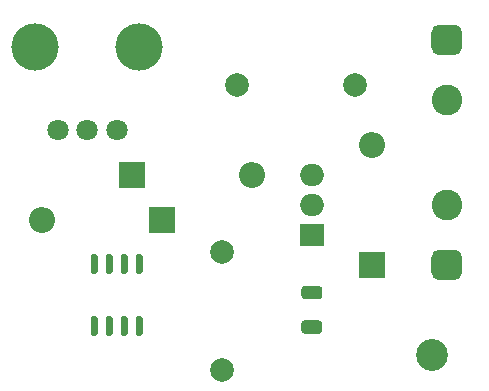
<source format=gbr>
%TF.GenerationSoftware,KiCad,Pcbnew,(5.1.9)-1*%
%TF.CreationDate,2021-03-19T20:09:11+05:30*%
%TF.ProjectId,test2,74657374-322e-46b6-9963-61645f706362,rev?*%
%TF.SameCoordinates,Original*%
%TF.FileFunction,Soldermask,Top*%
%TF.FilePolarity,Negative*%
%FSLAX46Y46*%
G04 Gerber Fmt 4.6, Leading zero omitted, Abs format (unit mm)*
G04 Created by KiCad (PCBNEW (5.1.9)-1) date 2021-03-19 20:09:11*
%MOMM*%
%LPD*%
G01*
G04 APERTURE LIST*
%ADD10C,2.700000*%
%ADD11C,4.000000*%
%ADD12C,1.800000*%
%ADD13C,2.600000*%
%ADD14O,2.000000X1.905000*%
%ADD15R,2.000000X1.905000*%
%ADD16O,2.200000X2.200000*%
%ADD17R,2.200000X2.200000*%
%ADD18C,2.000000*%
G04 APERTURE END LIST*
D10*
%TO.C,REF\u002A\u002A*%
X133350000Y-109220000D03*
%TD*%
D11*
%TO.C,RV1*%
X108580000Y-83170000D03*
X99780000Y-83170000D03*
D12*
X106680000Y-90170000D03*
X104180000Y-90170000D03*
X101680000Y-90170000D03*
%TD*%
D13*
%TO.C,vcc1*%
X134620000Y-87630000D03*
G36*
G01*
X133970000Y-81250000D02*
X135270000Y-81250000D01*
G75*
G02*
X135920000Y-81900000I0J-650000D01*
G01*
X135920000Y-83200000D01*
G75*
G02*
X135270000Y-83850000I-650000J0D01*
G01*
X133970000Y-83850000D01*
G75*
G02*
X133320000Y-83200000I0J650000D01*
G01*
X133320000Y-81900000D01*
G75*
G02*
X133970000Y-81250000I650000J0D01*
G01*
G37*
%TD*%
%TO.C,U1*%
G36*
G01*
X108435000Y-105940000D02*
X108735000Y-105940000D01*
G75*
G02*
X108885000Y-106090000I0J-150000D01*
G01*
X108885000Y-107440000D01*
G75*
G02*
X108735000Y-107590000I-150000J0D01*
G01*
X108435000Y-107590000D01*
G75*
G02*
X108285000Y-107440000I0J150000D01*
G01*
X108285000Y-106090000D01*
G75*
G02*
X108435000Y-105940000I150000J0D01*
G01*
G37*
G36*
G01*
X107165000Y-105940000D02*
X107465000Y-105940000D01*
G75*
G02*
X107615000Y-106090000I0J-150000D01*
G01*
X107615000Y-107440000D01*
G75*
G02*
X107465000Y-107590000I-150000J0D01*
G01*
X107165000Y-107590000D01*
G75*
G02*
X107015000Y-107440000I0J150000D01*
G01*
X107015000Y-106090000D01*
G75*
G02*
X107165000Y-105940000I150000J0D01*
G01*
G37*
G36*
G01*
X105895000Y-105940000D02*
X106195000Y-105940000D01*
G75*
G02*
X106345000Y-106090000I0J-150000D01*
G01*
X106345000Y-107440000D01*
G75*
G02*
X106195000Y-107590000I-150000J0D01*
G01*
X105895000Y-107590000D01*
G75*
G02*
X105745000Y-107440000I0J150000D01*
G01*
X105745000Y-106090000D01*
G75*
G02*
X105895000Y-105940000I150000J0D01*
G01*
G37*
G36*
G01*
X104625000Y-105940000D02*
X104925000Y-105940000D01*
G75*
G02*
X105075000Y-106090000I0J-150000D01*
G01*
X105075000Y-107440000D01*
G75*
G02*
X104925000Y-107590000I-150000J0D01*
G01*
X104625000Y-107590000D01*
G75*
G02*
X104475000Y-107440000I0J150000D01*
G01*
X104475000Y-106090000D01*
G75*
G02*
X104625000Y-105940000I150000J0D01*
G01*
G37*
G36*
G01*
X104625000Y-100690000D02*
X104925000Y-100690000D01*
G75*
G02*
X105075000Y-100840000I0J-150000D01*
G01*
X105075000Y-102190000D01*
G75*
G02*
X104925000Y-102340000I-150000J0D01*
G01*
X104625000Y-102340000D01*
G75*
G02*
X104475000Y-102190000I0J150000D01*
G01*
X104475000Y-100840000D01*
G75*
G02*
X104625000Y-100690000I150000J0D01*
G01*
G37*
G36*
G01*
X105895000Y-100690000D02*
X106195000Y-100690000D01*
G75*
G02*
X106345000Y-100840000I0J-150000D01*
G01*
X106345000Y-102190000D01*
G75*
G02*
X106195000Y-102340000I-150000J0D01*
G01*
X105895000Y-102340000D01*
G75*
G02*
X105745000Y-102190000I0J150000D01*
G01*
X105745000Y-100840000D01*
G75*
G02*
X105895000Y-100690000I150000J0D01*
G01*
G37*
G36*
G01*
X107165000Y-100690000D02*
X107465000Y-100690000D01*
G75*
G02*
X107615000Y-100840000I0J-150000D01*
G01*
X107615000Y-102190000D01*
G75*
G02*
X107465000Y-102340000I-150000J0D01*
G01*
X107165000Y-102340000D01*
G75*
G02*
X107015000Y-102190000I0J150000D01*
G01*
X107015000Y-100840000D01*
G75*
G02*
X107165000Y-100690000I150000J0D01*
G01*
G37*
G36*
G01*
X108435000Y-100690000D02*
X108735000Y-100690000D01*
G75*
G02*
X108885000Y-100840000I0J-150000D01*
G01*
X108885000Y-102190000D01*
G75*
G02*
X108735000Y-102340000I-150000J0D01*
G01*
X108435000Y-102340000D01*
G75*
G02*
X108285000Y-102190000I0J150000D01*
G01*
X108285000Y-100840000D01*
G75*
G02*
X108435000Y-100690000I150000J0D01*
G01*
G37*
%TD*%
D14*
%TO.C,Q1*%
X123190000Y-93980000D03*
X123190000Y-96520000D03*
D15*
X123190000Y-99060000D03*
%TD*%
D13*
%TO.C,dcmotor1*%
X134620000Y-96520000D03*
G36*
G01*
X135270000Y-102900000D02*
X133970000Y-102900000D01*
G75*
G02*
X133320000Y-102250000I0J650000D01*
G01*
X133320000Y-100950000D01*
G75*
G02*
X133970000Y-100300000I650000J0D01*
G01*
X135270000Y-100300000D01*
G75*
G02*
X135920000Y-100950000I0J-650000D01*
G01*
X135920000Y-102250000D01*
G75*
G02*
X135270000Y-102900000I-650000J0D01*
G01*
G37*
%TD*%
D16*
%TO.C,D3*%
X128270000Y-91440000D03*
D17*
X128270000Y-101600000D03*
%TD*%
D16*
%TO.C,D2*%
X100330000Y-97790000D03*
D17*
X110490000Y-97790000D03*
%TD*%
D16*
%TO.C,D1*%
X118110000Y-93980000D03*
D17*
X107950000Y-93980000D03*
%TD*%
%TO.C,10K1*%
G36*
G01*
X123815001Y-104510000D02*
X122564999Y-104510000D01*
G75*
G02*
X122315000Y-104260001I0J249999D01*
G01*
X122315000Y-103634999D01*
G75*
G02*
X122564999Y-103385000I249999J0D01*
G01*
X123815001Y-103385000D01*
G75*
G02*
X124065000Y-103634999I0J-249999D01*
G01*
X124065000Y-104260001D01*
G75*
G02*
X123815001Y-104510000I-249999J0D01*
G01*
G37*
G36*
G01*
X123815001Y-107435000D02*
X122564999Y-107435000D01*
G75*
G02*
X122315000Y-107185001I0J249999D01*
G01*
X122315000Y-106559999D01*
G75*
G02*
X122564999Y-106310000I249999J0D01*
G01*
X123815001Y-106310000D01*
G75*
G02*
X124065000Y-106559999I0J-249999D01*
G01*
X124065000Y-107185001D01*
G75*
G02*
X123815001Y-107435000I-249999J0D01*
G01*
G37*
%TD*%
D18*
%TO.C,100pfd1*%
X115570000Y-100490000D03*
X115570000Y-110490000D03*
%TD*%
%TO.C,100nfd1*%
X126840000Y-86360000D03*
X116840000Y-86360000D03*
%TD*%
M02*

</source>
